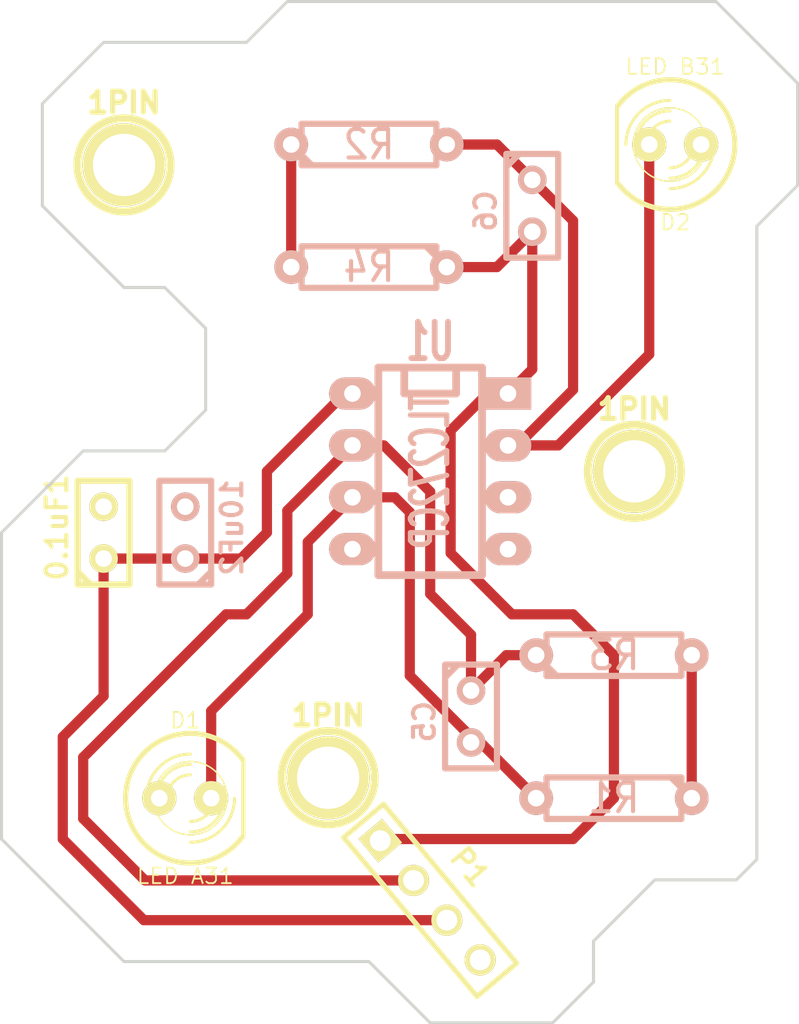
<source format=kicad_pcb>
(kicad_pcb (version 3) (host pcbnew "(2013-07-07 BZR 4022)-stable")

  (general
    (links 24)
    (no_connects 7)
    (area 230.924999 73.924999 276.075001 127.075001)
    (thickness 1.6)
    (drawings 26)
    (tracks 62)
    (zones 0)
    (modules 15)
    (nets 9)
  )

  (page A3)
  (layers
    (15 F.Cu signal)
    (0 B.Cu signal)
    (16 B.Adhes user)
    (17 F.Adhes user)
    (18 B.Paste user)
    (19 F.Paste user)
    (20 B.SilkS user)
    (21 F.SilkS user)
    (22 B.Mask user)
    (23 F.Mask user)
    (24 Dwgs.User user)
    (25 Cmts.User user)
    (26 Eco1.User user)
    (27 Eco2.User user)
    (28 Edge.Cuts user)
  )

  (setup
    (last_trace_width 0.5)
    (trace_clearance 0.254)
    (zone_clearance 0.508)
    (zone_45_only no)
    (trace_min 0.254)
    (segment_width 0.2)
    (edge_width 0.15)
    (via_size 0.889)
    (via_drill 0.635)
    (via_min_size 0.889)
    (via_min_drill 0.508)
    (uvia_size 0.508)
    (uvia_drill 0.127)
    (uvias_allowed no)
    (uvia_min_size 0.508)
    (uvia_min_drill 0.127)
    (pcb_text_width 0.3)
    (pcb_text_size 1.5 1.5)
    (mod_edge_width 0.15)
    (mod_text_size 1.5 1.5)
    (mod_text_width 0.15)
    (pad_size 1.524 1.524)
    (pad_drill 0.762)
    (pad_to_mask_clearance 0.4064)
    (solder_mask_min_width 0.4064)
    (aux_axis_origin 0 0)
    (visible_elements 7FFFFFFF)
    (pcbplotparams
      (layerselection 271613953)
      (usegerberextensions true)
      (excludeedgelayer true)
      (linewidth 0.100000)
      (plotframeref false)
      (viasonmask false)
      (mode 1)
      (useauxorigin false)
      (hpglpennumber 1)
      (hpglpenspeed 20)
      (hpglpendiameter 15)
      (hpglpenoverlay 2)
      (psnegative false)
      (psa4output false)
      (plotreference true)
      (plotvalue true)
      (plotothertext true)
      (plotinvisibletext false)
      (padsonsilk false)
      (subtractmaskfromsilk false)
      (outputformat 1)
      (mirror false)
      (drillshape 0)
      (scaleselection 1)
      (outputdirectory "../../Users/Administrator/Desktop/Cristobal/Fotos Ft/Cad/sensor gerber/"))
  )

  (net 0 "")
  (net 1 +5V)
  (net 2 /2)
  (net 3 /6)
  (net 4 /A1)
  (net 5 /A2)
  (net 6 GND)
  (net 7 N-000004)
  (net 8 N-000005)

  (net_class Default "This is the default net class."
    (clearance 0.254)
    (trace_width 0.5)
    (via_dia 0.889)
    (via_drill 0.635)
    (uvia_dia 0.508)
    (uvia_drill 0.127)
    (add_net "")
    (add_net +5V)
    (add_net /2)
    (add_net /6)
    (add_net /A1)
    (add_net /A2)
    (add_net GND)
    (add_net N-000004)
    (add_net N-000005)
  )

  (module C1 (layer F.Cu) (tedit 3F92C496) (tstamp 52CD81AE)
    (at 239 103 90)
    (descr "Condensateur e = 1 pas")
    (tags C)
    (path /52CC7B60)
    (fp_text reference 0.1uF1 (at 0.254 -2.286 90) (layer F.SilkS)
      (effects (font (size 1.016 1.016) (thickness 0.2032)))
    )
    (fp_text value C1 (at 0 -2.286 90) (layer F.SilkS) hide
      (effects (font (size 1.016 1.016) (thickness 0.2032)))
    )
    (fp_line (start -2.4892 -1.27) (end 2.54 -1.27) (layer F.SilkS) (width 0.3048))
    (fp_line (start 2.54 -1.27) (end 2.54 1.27) (layer F.SilkS) (width 0.3048))
    (fp_line (start 2.54 1.27) (end -2.54 1.27) (layer F.SilkS) (width 0.3048))
    (fp_line (start -2.54 1.27) (end -2.54 -1.27) (layer F.SilkS) (width 0.3048))
    (fp_line (start -2.54 -0.635) (end -1.905 -1.27) (layer F.SilkS) (width 0.3048))
    (pad 1 thru_hole circle (at -1.27 0 90) (size 1.397 1.397) (drill 0.8128)
      (layers *.Cu *.Mask F.SilkS)
      (net 1 +5V)
    )
    (pad 2 thru_hole circle (at 1.27 0 90) (size 1.397 1.397) (drill 0.8128)
      (layers *.Cu *.Mask F.SilkS)
      (net 6 GND)
    )
    (model discret/capa_1_pas.wrl
      (at (xyz 0 0 0))
      (scale (xyz 1 1 1))
      (rotate (xyz 0 0 0))
    )
  )

  (module C1 (layer B.Cu) (tedit 3F92C496) (tstamp 52CD81A2)
    (at 243 103 90)
    (descr "Condensateur e = 1 pas")
    (tags C)
    (path /52CC7B81)
    (fp_text reference 10uF2 (at 0.254 2.286 90) (layer B.SilkS)
      (effects (font (size 1.016 1.016) (thickness 0.2032)) (justify mirror))
    )
    (fp_text value CP1 (at 0 2.286 90) (layer B.SilkS) hide
      (effects (font (size 1.016 1.016) (thickness 0.2032)) (justify mirror))
    )
    (fp_line (start -2.4892 1.27) (end 2.54 1.27) (layer B.SilkS) (width 0.3048))
    (fp_line (start 2.54 1.27) (end 2.54 -1.27) (layer B.SilkS) (width 0.3048))
    (fp_line (start 2.54 -1.27) (end -2.54 -1.27) (layer B.SilkS) (width 0.3048))
    (fp_line (start -2.54 -1.27) (end -2.54 1.27) (layer B.SilkS) (width 0.3048))
    (fp_line (start -2.54 0.635) (end -1.905 1.27) (layer B.SilkS) (width 0.3048))
    (pad 1 thru_hole circle (at -1.27 0 90) (size 1.397 1.397) (drill 0.8128)
      (layers *.Cu *.Mask B.SilkS)
      (net 1 +5V)
    )
    (pad 2 thru_hole circle (at 1.27 0 90) (size 1.397 1.397) (drill 0.8128)
      (layers *.Cu *.Mask B.SilkS)
      (net 6 GND)
    )
    (model discret/capa_1_pas.wrl
      (at (xyz 0 0 0))
      (scale (xyz 1 1 1))
      (rotate (xyz 0 0 0))
    )
  )

  (module R3-LARGE_PADS (layer B.Cu) (tedit 52CD55FD) (tstamp 52CD5353)
    (at 252 84)
    (descr "Resitance 3 pas")
    (tags R)
    (path /52CC7C6E)
    (autoplace_cost180 10)
    (fp_text reference R2 (at 0 0) (layer B.SilkS)
      (effects (font (size 1.397 1.27) (thickness 0.2032)) (justify mirror))
    )
    (fp_text value R (at 0 0) (layer B.SilkS) hide
      (effects (font (size 1.397 1.27) (thickness 0.2032)) (justify mirror))
    )
    (fp_line (start -3.81 0) (end -3.302 0) (layer B.SilkS) (width 0.3048))
    (fp_line (start 3.81 0) (end 3.302 0) (layer B.SilkS) (width 0.3048))
    (fp_line (start 3.302 0) (end 3.302 1.016) (layer B.SilkS) (width 0.3048))
    (fp_line (start 3.302 1.016) (end -3.302 1.016) (layer B.SilkS) (width 0.3048))
    (fp_line (start -3.302 1.016) (end -3.302 -1.016) (layer B.SilkS) (width 0.3048))
    (fp_line (start -3.302 -1.016) (end 3.302 -1.016) (layer B.SilkS) (width 0.3048))
    (fp_line (start 3.302 -1.016) (end 3.302 0) (layer B.SilkS) (width 0.3048))
    (fp_line (start -3.302 0.508) (end -2.794 1.016) (layer B.SilkS) (width 0.3048))
    (pad 1 thru_hole circle (at -3.81 0) (size 1.651 1.651) (drill 0.8128)
      (layers *.Cu *.Mask B.SilkS)
      (net 7 N-000004)
    )
    (pad 2 thru_hole circle (at 3.81 0) (size 1.651 1.651) (drill 0.8128)
      (layers *.Cu *.Mask B.SilkS)
      (net 2 /2)
    )
    (model discret/resistor.wrl
      (at (xyz 0 0 0))
      (scale (xyz 0.3 0.3 0.3))
      (rotate (xyz 0 0 0))
    )
  )

  (module R3-LARGE_PADS (layer B.Cu) (tedit 52CD5F94) (tstamp 52CD802A)
    (at 264 116 180)
    (descr "Resitance 3 pas")
    (tags R)
    (path /52CC7CE5)
    (autoplace_cost180 10)
    (fp_text reference R1 (at 0 0 180) (layer B.SilkS)
      (effects (font (size 1.397 1.27) (thickness 0.2032)) (justify mirror))
    )
    (fp_text value R (at 0 0 180) (layer B.SilkS) hide
      (effects (font (size 1.397 1.27) (thickness 0.2032)) (justify mirror))
    )
    (fp_line (start -3.81 0) (end -3.302 0) (layer B.SilkS) (width 0.3048))
    (fp_line (start 3.81 0) (end 3.302 0) (layer B.SilkS) (width 0.3048))
    (fp_line (start 3.302 0) (end 3.302 1.016) (layer B.SilkS) (width 0.3048))
    (fp_line (start 3.302 1.016) (end -3.302 1.016) (layer B.SilkS) (width 0.3048))
    (fp_line (start -3.302 1.016) (end -3.302 -1.016) (layer B.SilkS) (width 0.3048))
    (fp_line (start -3.302 -1.016) (end 3.302 -1.016) (layer B.SilkS) (width 0.3048))
    (fp_line (start 3.302 -1.016) (end 3.302 0) (layer B.SilkS) (width 0.3048))
    (fp_line (start -3.302 0.508) (end -2.794 1.016) (layer B.SilkS) (width 0.3048))
    (pad 1 thru_hole circle (at -3.81 0 180) (size 1.651 1.651) (drill 0.8128)
      (layers *.Cu *.Mask B.SilkS)
      (net 8 N-000005)
    )
    (pad 2 thru_hole circle (at 3.81 0 180) (size 1.651 1.651) (drill 0.8128)
      (layers *.Cu *.Mask B.SilkS)
      (net 3 /6)
    )
    (model discret/resistor.wrl
      (at (xyz 0 0 0))
      (scale (xyz 0.3 0.3 0.3))
      (rotate (xyz 0 0 0))
    )
  )

  (module R3-LARGE_PADS (layer B.Cu) (tedit 52CD5D0D) (tstamp 52CD8039)
    (at 264 109)
    (descr "Resitance 3 pas")
    (tags R)
    (path /52CC863A)
    (autoplace_cost180 10)
    (fp_text reference R3 (at 0 0) (layer B.SilkS)
      (effects (font (size 1.397 1.27) (thickness 0.2032)) (justify mirror))
    )
    (fp_text value R (at 0 0) (layer B.SilkS) hide
      (effects (font (size 1.397 1.27) (thickness 0.2032)) (justify mirror))
    )
    (fp_line (start -3.81 0) (end -3.302 0) (layer B.SilkS) (width 0.3048))
    (fp_line (start 3.81 0) (end 3.302 0) (layer B.SilkS) (width 0.3048))
    (fp_line (start 3.302 0) (end 3.302 1.016) (layer B.SilkS) (width 0.3048))
    (fp_line (start 3.302 1.016) (end -3.302 1.016) (layer B.SilkS) (width 0.3048))
    (fp_line (start -3.302 1.016) (end -3.302 -1.016) (layer B.SilkS) (width 0.3048))
    (fp_line (start -3.302 -1.016) (end 3.302 -1.016) (layer B.SilkS) (width 0.3048))
    (fp_line (start 3.302 -1.016) (end 3.302 0) (layer B.SilkS) (width 0.3048))
    (fp_line (start -3.302 0.508) (end -2.794 1.016) (layer B.SilkS) (width 0.3048))
    (pad 1 thru_hole circle (at -3.81 0) (size 1.651 1.651) (drill 0.8128)
      (layers *.Cu *.Mask B.SilkS)
      (net 5 /A2)
    )
    (pad 2 thru_hole circle (at 3.81 0) (size 1.651 1.651) (drill 0.8128)
      (layers *.Cu *.Mask B.SilkS)
      (net 8 N-000005)
    )
    (model discret/resistor.wrl
      (at (xyz 0 0 0))
      (scale (xyz 0.3 0.3 0.3))
      (rotate (xyz 0 0 0))
    )
  )

  (module R3-LARGE_PADS (layer B.Cu) (tedit 52CD5FC4) (tstamp 52CD537D)
    (at 252 90 180)
    (descr "Resitance 3 pas")
    (tags R)
    (path /52CC8665)
    (autoplace_cost180 10)
    (fp_text reference R4 (at 0 0 180) (layer B.SilkS)
      (effects (font (size 1.397 1.27) (thickness 0.2032)) (justify mirror))
    )
    (fp_text value R (at 0 0 180) (layer B.SilkS) hide
      (effects (font (size 1.397 1.27) (thickness 0.2032)) (justify mirror))
    )
    (fp_line (start -3.81 0) (end -3.302 0) (layer B.SilkS) (width 0.3048))
    (fp_line (start 3.81 0) (end 3.302 0) (layer B.SilkS) (width 0.3048))
    (fp_line (start 3.302 0) (end 3.302 1.016) (layer B.SilkS) (width 0.3048))
    (fp_line (start 3.302 1.016) (end -3.302 1.016) (layer B.SilkS) (width 0.3048))
    (fp_line (start -3.302 1.016) (end -3.302 -1.016) (layer B.SilkS) (width 0.3048))
    (fp_line (start -3.302 -1.016) (end 3.302 -1.016) (layer B.SilkS) (width 0.3048))
    (fp_line (start 3.302 -1.016) (end 3.302 0) (layer B.SilkS) (width 0.3048))
    (fp_line (start -3.302 0.508) (end -2.794 1.016) (layer B.SilkS) (width 0.3048))
    (pad 1 thru_hole circle (at -3.81 0 180) (size 1.651 1.651) (drill 0.8128)
      (layers *.Cu *.Mask B.SilkS)
      (net 4 /A1)
    )
    (pad 2 thru_hole circle (at 3.81 0 180) (size 1.651 1.651) (drill 0.8128)
      (layers *.Cu *.Mask B.SilkS)
      (net 7 N-000004)
    )
    (model discret/resistor.wrl
      (at (xyz 0 0 0))
      (scale (xyz 0.3 0.3 0.3))
      (rotate (xyz 0 0 0))
    )
  )

  (module PIN_ARRAY_4x1 (layer F.Cu) (tedit 4C10F42E) (tstamp 52D55C13)
    (at 255 121 310)
    (descr "Double rangee de contacts 2 x 5 pins")
    (tags CONN)
    (path /52CC818D)
    (fp_text reference P1 (at 0 -2.54 310) (layer F.SilkS)
      (effects (font (size 1.016 1.016) (thickness 0.2032)))
    )
    (fp_text value CONN_4 (at 0 2.54 310) (layer F.SilkS) hide
      (effects (font (size 1.016 1.016) (thickness 0.2032)))
    )
    (fp_line (start 5.08 1.27) (end -5.08 1.27) (layer F.SilkS) (width 0.254))
    (fp_line (start 5.08 -1.27) (end -5.08 -1.27) (layer F.SilkS) (width 0.254))
    (fp_line (start -5.08 -1.27) (end -5.08 1.27) (layer F.SilkS) (width 0.254))
    (fp_line (start 5.08 1.27) (end 5.08 -1.27) (layer F.SilkS) (width 0.254))
    (pad 1 thru_hole rect (at -3.81 0 310) (size 1.524 1.524) (drill 1.016)
      (layers *.Cu *.Mask F.SilkS)
      (net 4 /A1)
    )
    (pad 2 thru_hole circle (at -1.27 0 310) (size 1.524 1.524) (drill 1.016)
      (layers *.Cu *.Mask F.SilkS)
      (net 5 /A2)
    )
    (pad 3 thru_hole circle (at 1.27 0 310) (size 1.524 1.524) (drill 1.016)
      (layers *.Cu *.Mask F.SilkS)
      (net 1 +5V)
    )
    (pad 4 thru_hole circle (at 3.81 0 310) (size 1.524 1.524) (drill 1.016)
      (layers *.Cu *.Mask F.SilkS)
      (net 6 GND)
    )
    (model pin_array\pins_array_4x1.wrl
      (at (xyz 0 0 0))
      (scale (xyz 1 1 1))
      (rotate (xyz 0 0 0))
    )
  )

  (module LED-5MM (layer F.Cu) (tedit 50ADE86B) (tstamp 52CD5398)
    (at 243 116)
    (descr "LED 5mm - Lead pitch 100mil (2,54mm)")
    (tags "LED led 5mm 5MM 100mil 2,54mm")
    (path /52CC7B96)
    (fp_text reference D1 (at 0 -3.81) (layer F.SilkS)
      (effects (font (size 0.762 0.762) (thickness 0.0889)))
    )
    (fp_text value "LED A31" (at 0 3.81) (layer F.SilkS)
      (effects (font (size 0.762 0.762) (thickness 0.0889)))
    )
    (fp_line (start 2.8448 1.905) (end 2.8448 -1.905) (layer F.SilkS) (width 0.2032))
    (fp_circle (center 0.254 0) (end -1.016 1.27) (layer F.SilkS) (width 0.0762))
    (fp_arc (start 0.254 0) (end 2.794 1.905) (angle 286.2) (layer F.SilkS) (width 0.254))
    (fp_arc (start 0.254 0) (end -0.889 0) (angle 90) (layer F.SilkS) (width 0.1524))
    (fp_arc (start 0.254 0) (end 1.397 0) (angle 90) (layer F.SilkS) (width 0.1524))
    (fp_arc (start 0.254 0) (end -1.397 0) (angle 90) (layer F.SilkS) (width 0.1524))
    (fp_arc (start 0.254 0) (end 1.905 0) (angle 90) (layer F.SilkS) (width 0.1524))
    (fp_arc (start 0.254 0) (end -1.905 0) (angle 90) (layer F.SilkS) (width 0.1524))
    (fp_arc (start 0.254 0) (end 2.413 0) (angle 90) (layer F.SilkS) (width 0.1524))
    (pad 1 thru_hole circle (at -1.27 0) (size 1.6764 1.6764) (drill 0.8128)
      (layers *.Cu *.Mask F.SilkS)
      (net 6 GND)
    )
    (pad 2 thru_hole circle (at 1.27 0) (size 1.6764 1.6764) (drill 0.8128)
      (layers *.Cu *.Mask F.SilkS)
      (net 3 /6)
    )
    (model discret/leds/led5_vertical_verde.wrl
      (at (xyz 0 0 0))
      (scale (xyz 1 1 1))
      (rotate (xyz 0 0 0))
    )
  )

  (module LED-5MM (layer F.Cu) (tedit 50ADE86B) (tstamp 52CD53A7)
    (at 267 84 180)
    (descr "LED 5mm - Lead pitch 100mil (2,54mm)")
    (tags "LED led 5mm 5MM 100mil 2,54mm")
    (path /52CC7BA3)
    (fp_text reference D2 (at 0 -3.81 180) (layer F.SilkS)
      (effects (font (size 0.762 0.762) (thickness 0.0889)))
    )
    (fp_text value "LED B31" (at 0 3.81 180) (layer F.SilkS)
      (effects (font (size 0.762 0.762) (thickness 0.0889)))
    )
    (fp_line (start 2.8448 1.905) (end 2.8448 -1.905) (layer F.SilkS) (width 0.2032))
    (fp_circle (center 0.254 0) (end -1.016 1.27) (layer F.SilkS) (width 0.0762))
    (fp_arc (start 0.254 0) (end 2.794 1.905) (angle 286.2) (layer F.SilkS) (width 0.254))
    (fp_arc (start 0.254 0) (end -0.889 0) (angle 90) (layer F.SilkS) (width 0.1524))
    (fp_arc (start 0.254 0) (end 1.397 0) (angle 90) (layer F.SilkS) (width 0.1524))
    (fp_arc (start 0.254 0) (end -1.397 0) (angle 90) (layer F.SilkS) (width 0.1524))
    (fp_arc (start 0.254 0) (end 1.905 0) (angle 90) (layer F.SilkS) (width 0.1524))
    (fp_arc (start 0.254 0) (end -1.905 0) (angle 90) (layer F.SilkS) (width 0.1524))
    (fp_arc (start 0.254 0) (end 2.413 0) (angle 90) (layer F.SilkS) (width 0.1524))
    (pad 1 thru_hole circle (at -1.27 0 180) (size 1.6764 1.6764) (drill 0.8128)
      (layers *.Cu *.Mask F.SilkS)
      (net 6 GND)
    )
    (pad 2 thru_hole circle (at 1.27 0 180) (size 1.6764 1.6764) (drill 0.8128)
      (layers *.Cu *.Mask F.SilkS)
      (net 2 /2)
    )
    (model discret/leds/led5_vertical_verde.wrl
      (at (xyz 0 0 0))
      (scale (xyz 1 1 1))
      (rotate (xyz 0 0 0))
    )
  )

  (module DIP-8__300_ELL (layer B.Cu) (tedit 52D55FD4) (tstamp 52CD53BA)
    (at 255 100 270)
    (descr "8 pins DIL package, elliptical pads")
    (tags DIL)
    (path /52CC7B30)
    (fp_text reference U1 (at -6.35 0 540) (layer B.SilkS)
      (effects (font (size 1.778 1.143) (thickness 0.3048)) (justify mirror))
    )
    (fp_text value TLC272CP (at 0 0 270) (layer B.SilkS)
      (effects (font (size 1.778 1.016) (thickness 0.3048)) (justify mirror))
    )
    (fp_line (start -5.08 1.27) (end -3.81 1.27) (layer B.SilkS) (width 0.381))
    (fp_line (start -3.81 1.27) (end -3.81 -1.27) (layer B.SilkS) (width 0.381))
    (fp_line (start -3.81 -1.27) (end -5.08 -1.27) (layer B.SilkS) (width 0.381))
    (fp_line (start -5.08 2.54) (end 5.08 2.54) (layer B.SilkS) (width 0.381))
    (fp_line (start 5.08 2.54) (end 5.08 -2.54) (layer B.SilkS) (width 0.381))
    (fp_line (start 5.08 -2.54) (end -5.08 -2.54) (layer B.SilkS) (width 0.381))
    (fp_line (start -5.08 -2.54) (end -5.08 2.54) (layer B.SilkS) (width 0.381))
    (pad 1 thru_hole rect (at -3.81 -3.81 270) (size 1.5748 2.286) (drill 0.8128)
      (layers *.Cu *.Mask B.SilkS)
      (net 4 /A1)
    )
    (pad 2 thru_hole oval (at -1.27 -3.81 270) (size 1.5748 2.286) (drill 0.8128)
      (layers *.Cu *.Mask B.SilkS)
      (net 2 /2)
    )
    (pad 3 thru_hole oval (at 1.27 -3.81 270) (size 1.5748 2.286) (drill 0.8128)
      (layers *.Cu *.Mask B.SilkS)
      (net 6 GND)
    )
    (pad 4 thru_hole oval (at 3.81 -3.81 270) (size 1.5748 2.286) (drill 0.8128)
      (layers *.Cu *.Mask B.SilkS)
      (net 6 GND)
    )
    (pad 5 thru_hole oval (at 3.81 3.81 270) (size 1.5748 2.286) (drill 0.8128)
      (layers *.Cu *.Mask B.SilkS)
      (net 6 GND)
    )
    (pad 6 thru_hole oval (at 1.27 3.81 270) (size 1.5748 2.286) (drill 0.8128)
      (layers *.Cu *.Mask B.SilkS)
      (net 3 /6)
    )
    (pad 7 thru_hole oval (at -1.27 3.81 270) (size 1.5748 2.286) (drill 0.8128)
      (layers *.Cu *.Mask B.SilkS)
      (net 5 /A2)
    )
    (pad 8 thru_hole oval (at -3.81 3.81 270) (size 1.5748 2.286) (drill 0.8128)
      (layers *.Cu *.Mask B.SilkS)
      (net 1 +5V)
    )
    (model dil/dil_8.wrl
      (at (xyz 0 0 0))
      (scale (xyz 1 1 1))
      (rotate (xyz 0 0 0))
    )
  )

  (module C1 (layer B.Cu) (tedit 3F92C496) (tstamp 52CD53DB)
    (at 260 87 270)
    (descr "Condensateur e = 1 pas")
    (tags C)
    (path /52CC7B73)
    (fp_text reference C6 (at 0.254 2.286 270) (layer B.SilkS)
      (effects (font (size 1.016 1.016) (thickness 0.2032)) (justify mirror))
    )
    (fp_text value 0.1uF (at 0 2.286 270) (layer B.SilkS) hide
      (effects (font (size 1.016 1.016) (thickness 0.2032)) (justify mirror))
    )
    (fp_line (start -2.4892 1.27) (end 2.54 1.27) (layer B.SilkS) (width 0.3048))
    (fp_line (start 2.54 1.27) (end 2.54 -1.27) (layer B.SilkS) (width 0.3048))
    (fp_line (start 2.54 -1.27) (end -2.54 -1.27) (layer B.SilkS) (width 0.3048))
    (fp_line (start -2.54 -1.27) (end -2.54 1.27) (layer B.SilkS) (width 0.3048))
    (fp_line (start -2.54 0.635) (end -1.905 1.27) (layer B.SilkS) (width 0.3048))
    (pad 1 thru_hole circle (at -1.27 0 270) (size 1.397 1.397) (drill 0.8128)
      (layers *.Cu *.Mask B.SilkS)
      (net 2 /2)
    )
    (pad 2 thru_hole circle (at 1.27 0 270) (size 1.397 1.397) (drill 0.8128)
      (layers *.Cu *.Mask B.SilkS)
      (net 4 /A1)
    )
    (model discret/capa_1_pas.wrl
      (at (xyz 0 0 0))
      (scale (xyz 1 1 1))
      (rotate (xyz 0 0 0))
    )
  )

  (module C1 (layer B.Cu) (tedit 3F92C496) (tstamp 52CD801B)
    (at 257 112 270)
    (descr "Condensateur e = 1 pas")
    (tags C)
    (path /52CC7B79)
    (fp_text reference C5 (at 0.254 2.286 270) (layer B.SilkS)
      (effects (font (size 1.016 1.016) (thickness 0.2032)) (justify mirror))
    )
    (fp_text value 0.1uF (at 0 2.286 270) (layer B.SilkS) hide
      (effects (font (size 1.016 1.016) (thickness 0.2032)) (justify mirror))
    )
    (fp_line (start -2.4892 1.27) (end 2.54 1.27) (layer B.SilkS) (width 0.3048))
    (fp_line (start 2.54 1.27) (end 2.54 -1.27) (layer B.SilkS) (width 0.3048))
    (fp_line (start 2.54 -1.27) (end -2.54 -1.27) (layer B.SilkS) (width 0.3048))
    (fp_line (start -2.54 -1.27) (end -2.54 1.27) (layer B.SilkS) (width 0.3048))
    (fp_line (start -2.54 0.635) (end -1.905 1.27) (layer B.SilkS) (width 0.3048))
    (pad 1 thru_hole circle (at -1.27 0 270) (size 1.397 1.397) (drill 0.8128)
      (layers *.Cu *.Mask B.SilkS)
      (net 5 /A2)
    )
    (pad 2 thru_hole circle (at 1.27 0 270) (size 1.397 1.397) (drill 0.8128)
      (layers *.Cu *.Mask B.SilkS)
      (net 3 /6)
    )
    (model discret/capa_1_pas.wrl
      (at (xyz 0 0 0))
      (scale (xyz 1 1 1))
      (rotate (xyz 0 0 0))
    )
  )

  (module 1pin (layer F.Cu) (tedit 200000) (tstamp 52CF14D1)
    (at 240 85)
    (descr "module 1 pin (ou trou mecanique de percage)")
    (tags DEV)
    (path 1pin)
    (fp_text reference 1PIN (at 0 -3.048) (layer F.SilkS)
      (effects (font (size 1.016 1.016) (thickness 0.254)))
    )
    (fp_text value P*** (at 0 2.794) (layer F.SilkS) hide
      (effects (font (size 1.016 1.016) (thickness 0.254)))
    )
    (fp_circle (center 0 0) (end 0 -2.286) (layer F.SilkS) (width 0.381))
    (pad 1 thru_hole circle (at 0 0) (size 4.064 4.064) (drill 3.048)
      (layers *.Cu *.Mask F.SilkS)
    )
  )

  (module 1pin (layer F.Cu) (tedit 200000) (tstamp 52CF14ED)
    (at 250 115)
    (descr "module 1 pin (ou trou mecanique de percage)")
    (tags DEV)
    (path 1pin)
    (fp_text reference 1PIN (at 0 -3.048) (layer F.SilkS)
      (effects (font (size 1.016 1.016) (thickness 0.254)))
    )
    (fp_text value P*** (at 0 2.794) (layer F.SilkS) hide
      (effects (font (size 1.016 1.016) (thickness 0.254)))
    )
    (fp_circle (center 0 0) (end 0 -2.286) (layer F.SilkS) (width 0.381))
    (pad 1 thru_hole circle (at 0 0) (size 4.064 4.064) (drill 3.048)
      (layers *.Cu *.Mask F.SilkS)
    )
  )

  (module 1pin (layer F.Cu) (tedit 200000) (tstamp 52CF152F)
    (at 265 100)
    (descr "module 1 pin (ou trou mecanique de percage)")
    (tags DEV)
    (path 1pin)
    (fp_text reference 1PIN (at 0 -3.048) (layer F.SilkS)
      (effects (font (size 1.016 1.016) (thickness 0.254)))
    )
    (fp_text value P*** (at 0 2.794) (layer F.SilkS) hide
      (effects (font (size 1.016 1.016) (thickness 0.254)))
    )
    (fp_circle (center 0 0) (end 0 -2.286) (layer F.SilkS) (width 0.381))
    (pad 1 thru_hole circle (at 0 0) (size 4.064 4.064) (drill 3.048)
      (layers *.Cu *.Mask F.SilkS)
    )
  )

  (gr_line (start 234 103) (end 238 99) (angle 90) (layer Edge.Cuts) (width 0.15))
  (gr_line (start 234 118) (end 234 103) (angle 90) (layer Edge.Cuts) (width 0.15))
  (gr_line (start 240 124) (end 234 118) (angle 90) (layer Edge.Cuts) (width 0.15))
  (gr_line (start 252 124) (end 240 124) (angle 90) (layer Edge.Cuts) (width 0.15))
  (gr_line (start 255 127) (end 252 124) (angle 90) (layer Edge.Cuts) (width 0.15))
  (gr_line (start 261 127) (end 255 127) (angle 90) (layer Edge.Cuts) (width 0.15))
  (gr_line (start 263 125) (end 261 127) (angle 90) (layer Edge.Cuts) (width 0.15))
  (gr_line (start 263 123) (end 263 125) (angle 90) (layer Edge.Cuts) (width 0.15))
  (gr_line (start 266 120) (end 263 123) (angle 90) (layer Edge.Cuts) (width 0.15))
  (gr_line (start 270 120) (end 266 120) (angle 90) (layer Edge.Cuts) (width 0.15))
  (gr_line (start 271 119) (end 270 120) (angle 90) (layer Edge.Cuts) (width 0.15))
  (gr_line (start 271 88) (end 271 119) (angle 90) (layer Edge.Cuts) (width 0.15))
  (gr_line (start 273 86) (end 271 88) (angle 90) (layer Edge.Cuts) (width 0.15))
  (gr_line (start 273 81) (end 273 86) (angle 90) (layer Edge.Cuts) (width 0.15))
  (gr_line (start 269 77) (end 273 81) (angle 90) (layer Edge.Cuts) (width 0.15))
  (gr_line (start 248 77) (end 269 77) (angle 90) (layer Edge.Cuts) (width 0.15))
  (gr_line (start 246 79) (end 248 77) (angle 90) (layer Edge.Cuts) (width 0.15))
  (gr_line (start 239 79) (end 246 79) (angle 90) (layer Edge.Cuts) (width 0.15))
  (gr_line (start 236 82) (end 239 79) (angle 90) (layer Edge.Cuts) (width 0.15))
  (gr_line (start 236 87) (end 236 82) (angle 90) (layer Edge.Cuts) (width 0.15))
  (gr_line (start 240 91) (end 236 87) (angle 90) (layer Edge.Cuts) (width 0.15))
  (gr_line (start 242 91) (end 240 91) (angle 90) (layer Edge.Cuts) (width 0.15))
  (gr_line (start 244 93) (end 242 91) (angle 90) (layer Edge.Cuts) (width 0.15))
  (gr_line (start 244 97) (end 244 93) (angle 90) (layer Edge.Cuts) (width 0.15))
  (gr_line (start 242 99) (end 244 97) (angle 90) (layer Edge.Cuts) (width 0.15))
  (gr_line (start 238 99) (end 242 99) (angle 90) (layer Edge.Cuts) (width 0.15))

  (segment (start 239 104.27) (end 239 111) (width 0.5) (layer F.Cu) (net 1))
  (segment (start 240.972876 121.972876) (end 255.81634 121.972876) (width 0.5) (layer F.Cu) (net 1) (tstamp 52D56C7A))
  (segment (start 237 118) (end 240.972876 121.972876) (width 0.5) (layer F.Cu) (net 1) (tstamp 52D56C78))
  (segment (start 237 113) (end 237 118) (width 0.5) (layer F.Cu) (net 1) (tstamp 52D56C76))
  (segment (start 239 111) (end 237 113) (width 0.5) (layer F.Cu) (net 1) (tstamp 52D56C74))
  (segment (start 239 104.27) (end 243 104.27) (width 0.5) (layer F.Cu) (net 1))
  (segment (start 251.19 96.19) (end 250.81 96.19) (width 0.5) (layer F.Cu) (net 1))
  (segment (start 245.73 104.27) (end 243 104.27) (width 0.5) (layer F.Cu) (net 1) (tstamp 52D56C6F))
  (segment (start 247 103) (end 245.73 104.27) (width 0.5) (layer F.Cu) (net 1) (tstamp 52D56C6E))
  (segment (start 247 100) (end 247 103) (width 0.5) (layer F.Cu) (net 1) (tstamp 52D56C6C))
  (segment (start 250.81 96.19) (end 247 100) (width 0.5) (layer F.Cu) (net 1) (tstamp 52D56C6B))
  (segment (start 262 96) (end 262 87.73) (width 0.5) (layer F.Cu) (net 2))
  (segment (start 259.27 98.73) (end 262 96) (width 0.5) (layer F.Cu) (net 2) (tstamp 52D5692A))
  (segment (start 258.81 98.73) (end 259.27 98.73) (width 0.5) (layer F.Cu) (net 2))
  (segment (start 262 87.73) (end 260 85.73) (width 0.5) (layer F.Cu) (net 2) (tstamp 52D56934))
  (segment (start 258.81 98.73) (end 261.27 98.73) (width 0.5) (layer F.Cu) (net 2))
  (segment (start 265.73 94.27) (end 265.73 84) (width 0.5) (layer F.Cu) (net 2) (tstamp 52D56922))
  (segment (start 261.27 98.73) (end 265.73 94.27) (width 0.5) (layer F.Cu) (net 2) (tstamp 52D56920))
  (segment (start 255.81 84) (end 258.27 84) (width 0.5) (layer F.Cu) (net 2))
  (segment (start 258.27 84) (end 260 85.73) (width 0.5) (layer F.Cu) (net 2) (tstamp 52D563A3))
  (segment (start 257 113.27) (end 257.46 113.27) (width 0.5) (layer F.Cu) (net 3) (status C00000))
  (segment (start 257.46 113.27) (end 260.19 116) (width 0.5) (layer F.Cu) (net 3) (tstamp 52D56D6A) (status C00000))
  (segment (start 244.27 116) (end 244.27 111.73) (width 0.5) (layer F.Cu) (net 3))
  (segment (start 249 103.46) (end 251.19 101.27) (width 0.5) (layer F.Cu) (net 3) (tstamp 52D566B1))
  (segment (start 249 107) (end 249 103.46) (width 0.5) (layer F.Cu) (net 3) (tstamp 52D566AF))
  (segment (start 244.27 111.73) (end 249 107) (width 0.5) (layer F.Cu) (net 3) (tstamp 52D566AD))
  (segment (start 257 113.27) (end 257 113) (width 0.5) (layer F.Cu) (net 3))
  (segment (start 253.27 101.27) (end 251.19 101.27) (width 0.5) (layer F.Cu) (net 3) (tstamp 52D5666A))
  (segment (start 254 102) (end 253.27 101.27) (width 0.5) (layer F.Cu) (net 3) (tstamp 52D56669))
  (segment (start 254 110) (end 254 102) (width 0.5) (layer F.Cu) (net 3) (tstamp 52D56667))
  (segment (start 257 113) (end 254 110) (width 0.5) (layer F.Cu) (net 3) (tstamp 52D56666))
  (segment (start 258.81 96.19) (end 257.81 96.19) (width 0.5) (layer F.Cu) (net 4) (status C00000))
  (segment (start 253 118) (end 252.550979 118.081371) (width 0.5) (layer F.Cu) (net 4) (tstamp 52D56D81) (status C00000))
  (segment (start 262 118) (end 253 118) (width 0.5) (layer F.Cu) (net 4) (tstamp 52D56D7E) (status 800000))
  (segment (start 264 116) (end 262 118) (width 0.5) (layer F.Cu) (net 4) (tstamp 52D56D7C))
  (segment (start 264 109) (end 264 116) (width 0.5) (layer F.Cu) (net 4) (tstamp 52D56D7A))
  (segment (start 262 107) (end 264 109) (width 0.5) (layer F.Cu) (net 4) (tstamp 52D56D78))
  (segment (start 259 107) (end 262 107) (width 0.5) (layer F.Cu) (net 4) (tstamp 52D56D76))
  (segment (start 256 104) (end 259 107) (width 0.5) (layer F.Cu) (net 4) (tstamp 52D56D74))
  (segment (start 256 98) (end 256 104) (width 0.5) (layer F.Cu) (net 4) (tstamp 52D56D73))
  (segment (start 257.81 96.19) (end 256 98) (width 0.5) (layer F.Cu) (net 4) (tstamp 52D56D72) (status 400000))
  (segment (start 255.81 90) (end 258.27 90) (width 0.5) (layer F.Cu) (net 4))
  (segment (start 258.27 90) (end 260 88.27) (width 0.5) (layer F.Cu) (net 4) (tstamp 52D563A6))
  (segment (start 260 88.27) (end 260 95) (width 0.5) (layer F.Cu) (net 4))
  (segment (start 260 95) (end 258.81 96.19) (width 0.5) (layer F.Cu) (net 4) (tstamp 52D561C2))
  (segment (start 260.19 109) (end 258.73 109) (width 0.5) (layer F.Cu) (net 5) (status 400000))
  (segment (start 258.73 109) (end 257 110.73) (width 0.5) (layer F.Cu) (net 5) (tstamp 52D56D6F) (status 800000))
  (segment (start 257 110.73) (end 257 108) (width 0.5) (layer F.Cu) (net 5))
  (segment (start 252.73 98.73) (end 251.19 98.73) (width 0.5) (layer F.Cu) (net 5) (tstamp 52D56D22))
  (segment (start 255 101) (end 252.73 98.73) (width 0.5) (layer F.Cu) (net 5) (tstamp 52D56D20))
  (segment (start 255 106) (end 255 101) (width 0.5) (layer F.Cu) (net 5) (tstamp 52D56D1E))
  (segment (start 257 108) (end 255 106) (width 0.5) (layer F.Cu) (net 5) (tstamp 52D56D1C))
  (segment (start 254.18366 120.027124) (end 241.027124 120.027124) (width 0.5) (layer F.Cu) (net 5))
  (segment (start 241.027124 120.027124) (end 238 117) (width 0.5) (layer F.Cu) (net 5) (tstamp 52D566DF))
  (segment (start 238 117) (end 238 114) (width 0.5) (layer F.Cu) (net 5) (tstamp 52D566E4))
  (segment (start 238 114) (end 245 107) (width 0.5) (layer F.Cu) (net 5) (tstamp 52D566E5))
  (segment (start 245 107) (end 246 107) (width 0.5) (layer F.Cu) (net 5) (tstamp 52D566E9))
  (segment (start 246 107) (end 248 105) (width 0.5) (layer F.Cu) (net 5) (tstamp 52D566EC))
  (segment (start 248 105) (end 248 101.92) (width 0.5) (layer F.Cu) (net 5) (tstamp 52D566ED))
  (segment (start 248 101.92) (end 251.19 98.73) (width 0.5) (layer F.Cu) (net 5) (tstamp 52D566F0))
  (segment (start 248.19 84) (end 248.19 90) (width 0.5) (layer F.Cu) (net 7))
  (segment (start 267.81 116) (end 267.81 109) (width 0.5) (layer F.Cu) (net 8) (status C00000))

  (zone (net 6) (net_name GND) (layer F.Cu) (tstamp 52D56C85) (hatch edge 0.508)
    (priority 1)
    (connect_pads (clearance 0.508))
    (min_thickness 0.254)
    (fill (arc_segments 16) (thermal_gap 0.508) (thermal_bridge_width 0.508))
    (polygon
      (pts
        (xy 234 118) (xy 234 103) (xy 238 99) (xy 242 99) (xy 244 97)
        (xy 244 93) (xy 242 91) (xy 240 91) (xy 236 87) (xy 236 82)
        (xy 239 79) (xy 246 79) (xy 248 77) (xy 269 77) (xy 273 81)
        (xy 273 86) (xy 271 88) (xy 271 119) (xy 270 120) (xy 266 120)
        (xy 263 123) (xy 263 125) (xy 261 127) (xy 255 127) (xy 252 124)
        (xy 240 124) (xy 234 118)
      )
    )
  )
)

</source>
